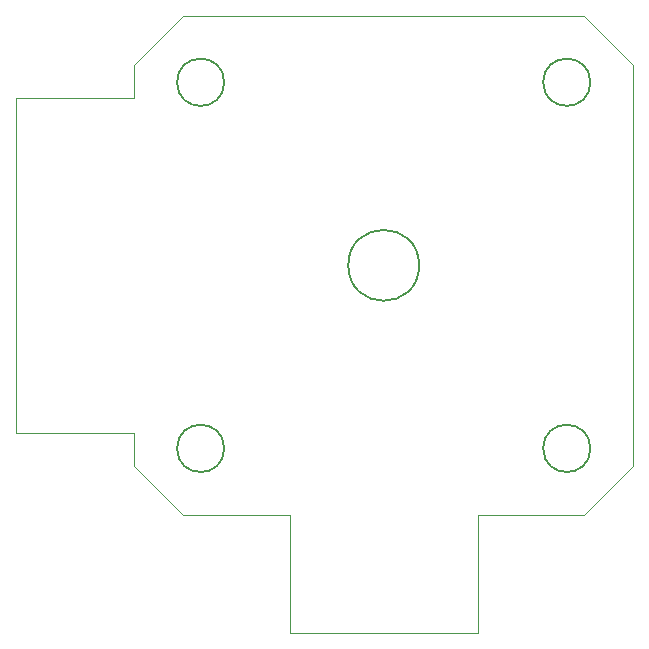
<source format=gm1>
G04 #@! TF.GenerationSoftware,KiCad,Pcbnew,(5.1.12)-1*
G04 #@! TF.CreationDate,2022-08-25T21:37:31-05:00*
G04 #@! TF.ProjectId,Stepper_Motor_Controller,53746570-7065-4725-9f4d-6f746f725f43,rev?*
G04 #@! TF.SameCoordinates,Original*
G04 #@! TF.FileFunction,Profile,NP*
%FSLAX46Y46*%
G04 Gerber Fmt 4.6, Leading zero omitted, Abs format (unit mm)*
G04 Created by KiCad (PCBNEW (5.1.12)-1) date 2022-08-25 21:37:31*
%MOMM*%
%LPD*%
G01*
G04 APERTURE LIST*
G04 #@! TA.AperFunction,Profile*
%ADD10C,0.050000*%
G04 #@! TD*
G04 #@! TA.AperFunction,Profile*
%ADD11C,0.150000*%
G04 #@! TD*
G04 APERTURE END LIST*
D10*
X68850000Y-85800000D02*
X68850000Y-114200000D01*
X78850000Y-85800000D02*
X68850000Y-85800000D01*
X78850000Y-83040000D02*
X78850000Y-85800000D01*
X78850000Y-116960000D02*
X78850000Y-114200000D01*
X78850000Y-114200000D02*
X68850000Y-114200000D01*
X107960000Y-121150000D02*
X107960000Y-131150000D01*
X92040000Y-121150000D02*
X92040000Y-131150000D01*
X92040000Y-131150000D02*
X107960000Y-131150000D01*
X116960000Y-121150000D02*
X107960000Y-121150000D01*
X83040000Y-121150000D02*
X92040000Y-121150000D01*
X78850000Y-116960000D02*
X83040000Y-121150000D01*
X116960000Y-121150000D02*
X121150000Y-116960000D01*
X116960000Y-78850000D02*
X121150000Y-83040000D01*
X78850000Y-83040000D02*
X83040000Y-78850000D01*
X121150000Y-100000000D02*
X121150000Y-116960000D01*
X121150000Y-100000000D02*
X121150000Y-83040000D01*
X100000000Y-78850000D02*
X83040000Y-78850000D01*
X100000000Y-78850000D02*
X116960000Y-78850000D01*
D11*
X117500000Y-84500000D02*
G75*
G03*
X117500000Y-84500000I-2000000J0D01*
G01*
X86500000Y-84500000D02*
G75*
G03*
X86500000Y-84500000I-2000000J0D01*
G01*
X86500000Y-115500000D02*
G75*
G03*
X86500000Y-115500000I-2000000J0D01*
G01*
X117500000Y-115500000D02*
G75*
G03*
X117500000Y-115500000I-2000000J0D01*
G01*
X103000000Y-100000000D02*
G75*
G03*
X103000000Y-100000000I-3000000J0D01*
G01*
M02*

</source>
